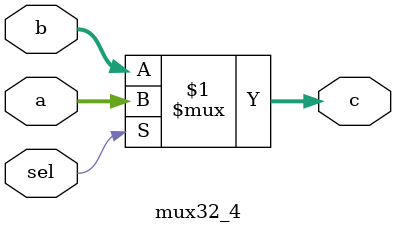
<source format=v>
`timescale 1ns / 1ps
module mux32_4(
	 input [4:0] a,
    input [4:0] b,
    input sel,
    output [4:0] c
    );
	 assign c = (sel)?a:b;
    


endmodule

</source>
